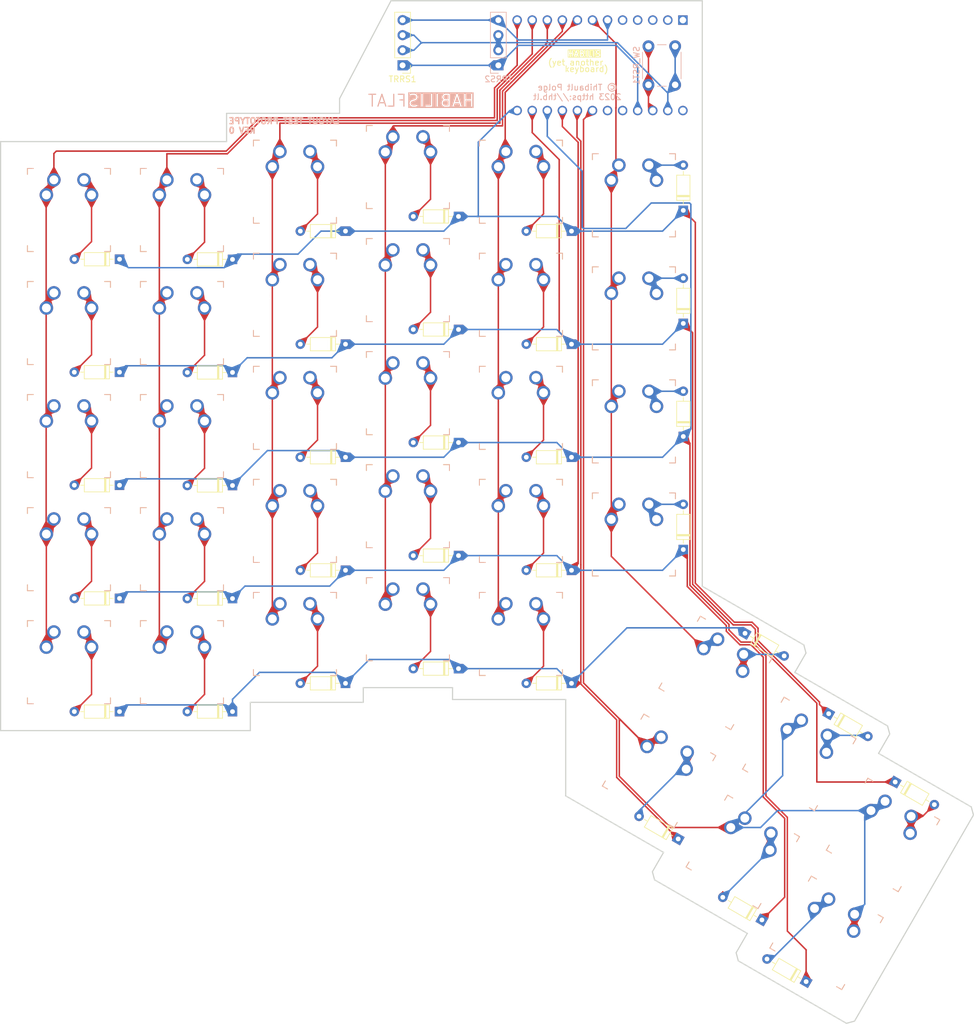
<source format=kicad_pcb>
(kicad_pcb (version 20221018) (generator pcbnew)
  (layers (0 "F.Cu" signal) (31 "B.Cu" signal) (34 "B.Paste" user) (35 "F.Paste" user) (36 "B.SilkS" user "B.Silkscreen") (37 "F.SilkS" user "F.Silkscreen") (38 "B.Mask" user) (39 "F.Mask" user) (44 "Edge.Cuts" user))
  (net 0 "")
  (net 1 "Net-(D1-A)")
  (net 2 "Net-(D2-A)")
  (net 3 "Net-(D3-A)")
  (net 4 "Net-(D4-A)")
  (net 5 "Net-(D5-A)")
  (net 6 "Net-(D6-A)")
  (net 7 "Net-(D7-A)")
  (net 8 "Net-(D8-A)")
  (net 9 "Net-(D9-A)")
  (net 10 "Net-(D10-A)")
  (net 11 "Net-(D11-A)")
  (net 12 "Net-(D12-A)")
  (net 13 "Net-(D13-A)")
  (net 14 "Net-(D14-A)")
  (net 15 "Net-(D15-A)")
  (net 16 "Net-(D16-A)")
  (net 17 "Net-(D17-A)")
  (net 18 "Net-(D18-A)")
  (net 19 "Net-(D19-A)")
  (net 20 "Net-(D21-A)")
  (net 21 "Net-(D22-A)")
  (net 22 "Net-(D23-A)")
  (net 23 "Net-(D24-A)")
  (net 24 "Net-(D25-A)")
  (net 25 "Net-(D26-A)")
  (net 26 "Net-(D27-A)")
  (net 27 "Net-(D28-A)")
  (net 28 "Net-(D31-A)")
  (net 29 "Net-(D32-A)")
  (net 30 "Net-(D33-A)")
  (net 31 "Net-(D34-A)")
  (net 32 "Net-(D35-A)")
  (net 33 "Net-(U1-RST)")
  (net 39 "Net-(D20-A)")
  (net 40 "Net-(D29-A)")
  (net 41 "Net-(D30-A)")
  (net 42 "Net-(U1-VCC)")
  (net 44 "Net-(U1-SCL)")
  (net 47 "row3")
  (net 48 "row4")
  (net 49 "row1")
  (net 50 "row2")
  (net 51 "row5")
  (net 52 "col1")
  (net 53 "col2")
  (net 54 "col3")
  (net 55 "col4")
  (net 56 "col5")
  (net 57 "col6")
  (net 58 "col7")
  (net 59 "Net-(SW_RST1-Pad2)")
  (footprint "project-components:D_DO-35_SOD27_P7.62mm_Horizontal" (layer "F.Cu") (at 63.135 44.266 180)
    (fp_text reference "D18" hide)
    (fp_text value "1N4148")
  )
  (footprint "project-components:D_DO-35_SOD27_P7.62mm_Horizontal" (layer "F.Cu") (at 101.035 24.1935 90)
    (fp_text reference "D27" hide)
    (fp_text value "1N4148")
  )
  (footprint "project-components:D_DO-35_SOD27_P7.62mm_Horizontal" (layer "F.Cu") (at 114.289747 124.708764 150)
    (fp_text reference "D34" hide)
    (fp_text value "1N4148")
  )
  (footprint "project-components:D_DO-35_SOD27_P7.62mm_Horizontal" (layer "F.Cu") (at 82.185 27.6925 180)
    (fp_text reference "D22" hide)
    (fp_text value "1N4148")
  )
  (footprint "project-components:SW_MX_reversible_decentered" (layer "F.Cu") (at 76.2 14.2875)
    (fp_text reference "SW22" hide)
    (fp_text value "MX")
  )
  (footprint "project-components:SW_MX_reversible_decentered" (layer "F.Cu") (at 0 76.2)
    (fp_text reference "SW5" hide)
    (fp_text value "MX")
  )
  (footprint "project-components:D_DO-35_SOD27_P7.62mm_Horizontal" (layer "F.Cu") (at 5.985 70.530712 180)
    (fp_text reference "D4" hide)
    (fp_text value "1N4148")
  )
  (footprint "project-components:SW_MX_reversible_decentered" (layer "F.Cu") (at 57.15 49.911)
    (fp_text reference "SW19" hide)
    (fp_text value "MX")
  )
  (footprint "project-components:D_DO-35_SOD27_P7.62mm_Horizontal" (layer "F.Cu") (at 5.985 89.605 180)
    (fp_text reference "D5" hide)
    (fp_text value "1N4148")
  )
  (footprint "project-components:D_DO-35_SOD27_P7.62mm_Horizontal" (layer "F.Cu") (at 5.979919 32.415859 180)
    (fp_text reference "D2" hide)
    (fp_text value "1N4148")
  )
  (footprint "project-components:D_DO-35_SOD27_P7.62mm_Horizontal" (layer "F.Cu") (at 82.185 46.7425 180)
    (fp_text reference "D23" hide)
    (fp_text value "1N4148")
  )
  (footprint "project-components:SW_MX_reversible_decentered" (layer "F.Cu") (at 19.05 57.15)
    (fp_text reference "SW9" hide)
    (fp_text value "MX")
  )
  (footprint "project-components:SW_MX_reversible_decentered" (layer "F.Cu") (at 0 57.15)
    (fp_text reference "SW4" hide)
    (fp_text value "MX")
  )
  (footprint "project-components:D_DO-35_SOD27_P7.62mm_Horizontal" (layer "F.Cu") (at 63.135 63.316 180)
    (fp_text reference "D19" hide)
    (fp_text value "1N4148")
  )
  (footprint "project-components:SW_MX_reversible_decentered" (layer "F.Cu") (at 101.692551 96.457747 -30)
    (fp_text reference "SW35" hide)
    (fp_text value "MX")
  )
  (footprint "project-components:SW_MX_reversible_decentered" (layer "F.Cu") (at 95.25 16.5735)
    (fp_text reference "SW27" hide)
    (fp_text value "MX")
  )
  (footprint "project-components:D_DO-35_SOD27_P7.62mm_Horizontal" (layer "F.Cu") (at 5.991246 13.370958 180)
    (fp_text reference "D1" hide)
    (fp_text value "1N4148")
  )
  (footprint "project-components:SW_MX_reversible_decentered" (layer "F.Cu") (at 125.334085 93.609409 -30)
    (fp_text reference "SW31" hide)
    (fp_text value "MX")
  )
  (footprint "project-components:SW_MX_reversible_decentered" (layer "F.Cu") (at 57.15 11.811)
    (fp_text reference "SW17" hide)
    (fp_text value "MX")
  )
  (footprint "project-components:D_DO-35_SOD27_P7.62mm_Horizontal" (layer "F.Cu") (at 111.443148 76.410437 -30)
    (fp_text reference "D30" hide)
    (fp_text value "1N4148")
  )
  (footprint "project-components:SW_MX_reversible_decentered" (layer "F.Cu") (at 139.450619 107.258855 -30)
    (fp_text reference "SW32" hide)
    (fp_text value "MX")
  )
  (footprint "project-components:SW_MX_reversible_decentered" (layer "F.Cu") (at 19.05 38.1)
    (fp_text reference "SW8" hide)
    (fp_text value "MX")
  )
  (footprint "project-components:D_DO-35_SOD27_P7.62mm_Horizontal" (layer "F.Cu") (at 82.185 65.7925 180)
    (fp_text reference "D24" hide)
    (fp_text value "1N4148")
  )
  (footprint "project-components:SW_MX_reversible_decentered" (layer "F.Cu") (at 95.25 54.6735)
    (fp_text reference "SW29" hide)
    (fp_text value "MX")
  )
  (footprint "project-components:SW_MX_reversible_decentered" (layer "F.Cu") (at 57.15 30.861)
    (fp_text reference "SW18" hide)
    (fp_text value "MX")
  )
  (footprint "project-components:SW_MX_reversible_decentered" (layer "F.Cu") (at 115.809085 110.107193 -30)
    (fp_text reference "SW34" hide)
    (fp_text value "MX")
  )
  (footprint "project-components:D_DO-35_SOD27_P7.62mm_Horizontal" (layer "F.Cu") (at 100.173213 111.059318 150)
    (fp_text reference "D35" hide)
    (fp_text value "1N4148")
  )
  (footprint "project-components:D_DO-35_SOD27_P7.62mm_Horizontal" (layer "F.Cu") (at 63.135 6.166 180)
    (fp_text reference "D16" hide)
    (fp_text value "1N4148")
  )
  (footprint "project-components:SW_MX_reversible_decentered" (layer "F.Cu") (at 76.2 -4.7625)
    (fp_text reference "SW21" hide)
    (fp_text value "MX")
  )
  (footprint "project-components:SW_MX_reversible_decentered" (layer "F.Cu") (at 38.1 71.4375)
    (fp_text reference "SW15" hide)
    (fp_text value "MX")
  )
  (footprint "project-components:D_DO-35_SOD27_P7.62mm_Horizontal" (layer "F.Cu") (at 44.085 27.6925 180)
    (fp_text reference "D12" hide)
    (fp_text value "1N4148")
  )
  (footprint "project-components:D_DO-35_SOD27_P7.62mm_Horizontal" (layer "F.Cu") (at 63.135 82.366 180)
    (fp_text reference "D20" hide)
    (fp_text value "1N4148")
  )
  (footprint "project-components:SW_MX_reversible_decentered" (layer "F.Cu") (at 95.25 -2.4765)
    (fp_text reference "SW26" hide)
    (fp_text value "MX")
  )
  (footprint "project-components:SW_MX_reversible_decentered" (layer "F.Cu") (at 0 19.05)
    (fp_text reference "SW2" hide)
    (fp_text value "MX")
  )
  (footprint "project-components:D_DO-35_SOD27_P7.62mm_Horizontal" (layer "F.Cu") (at 101.035 5.1435 90)
    (fp_text reference "D26" hide)
    (fp_text value "1N4148")
  )
  (footprint "project-components:SW_MX_reversible_decentered" (layer "F.Cu") (at 129.925619 123.756639 -30)
    (fp_text reference "SW33" hide)
    (fp_text value "MX")
  )
  (footprint "project-components:SW_MX_reversible_decentered" (layer "F.Cu") (at 0 38.1)
    (fp_text reference "SW3" hide)
    (fp_text value "MX")
  )
  (footprint "project-components:D_DO-35_SOD27_P7.62mm_Horizontal" (layer "F.Cu") (at 25.035 89.605 180)
    (fp_text reference "D10" hide)
    (fp_text value "1N4148")
  )
  (footprint "project-components:D_DO-35_SOD27_P7.62mm_Horizontal" (layer "F.Cu") (at 44.085 8.6425 180)
    (fp_text reference "D11" hide)
    (fp_text value "1N4148")
  )
  (footprint "project-components:D_DO-35_SOD27_P7.62mm_Horizontal" (layer "F.Cu") (at 25.035 32.455 180)
    (fp_text reference "D7" hide)
    (fp_text value "1N4148")
  )
  (footprint "project-components:SW_MX_reversible_decentered" (layer "F.Cu") (at 38.1 -4.7625)
    (fp_text reference "SW11" hide)
    (fp_text value "MX")
  )
  (footprint "project-components:SW_MX_reversible_decentered" (layer "F.Cu") (at 57.15 68.961)
    (fp_text reference "SW20" hide)
    (fp_text value "MX")
  )
  (footprint "project-components:SW_MX_reversible_decentered" (layer "F.Cu") (at 76.2 52.3875)
    (fp_text reference "SW24" hide)
    (fp_text value "MX")
  )
  (footprint "project-components:SW_MX_reversible_decentered" (layer "F.Cu") (at 38.1 52.3875)
    (fp_text reference "SW14" hide)
    (fp_text value "MX")
  )
  (footprint "promicro:ProMicro-NoSilk" (layer "F.Cu") (at 86.995 -19.2965 180)
    (fp_text reference "U1" hide)
    (fp_text value "ProMicro")
  )
  (footprint "project-components:SW_MX_reversible_decentered" (layer "F.Cu") (at 76.2 71.4375)
    (fp_text reference "SW25" hide)
    (fp_text value "MX")
  )
  (footprint "project-components:D_DO-35_SOD27_P7.62mm_Horizontal" (layer "F.Cu") (at 44.085 46.7425 180)
    (fp_text reference "D13" hide)
    (fp_text value "1N4148")
  )
  (footprint "project-components:SW_MX_reversible_decentered" (layer "F.Cu") (at 111.217551 79.959963 -30)
    (fp_text reference "SW30" hide)
    (fp_text value "MX")
  )
  (footprint "project-components:D_DO-35_SOD27_P7.62mm_Horizontal" (layer "F.Cu") (at 63.135 25.216 180)
    (fp_text reference "D17" hide)
    (fp_text value "1N4148")
  )
  (footprint "project-components:D_DO-35_SOD27_P7.62mm_Horizontal" (layer "F.Cu") (at 136.760184 101.46748 -30)
    (fp_text reference "D32" hide)
    (fp_text value "1N4148")
  )
  (footprint "project-components:D_DO-35_SOD27_P7.62mm_Horizontal" (layer "F.Cu") (at 121.742738 135.104723 150)
    (fp_text reference "D33" hide)
    (fp_text value "1N4148")
  )
  (footprint "project-components:D_DO-35_SOD27_P7.62mm_Horizontal" (layer "F.Cu") (at 101.035 62.2935 90)
    (fp_text reference "D29" hide)
    (fp_text value "1N4148")
  )
  (footprint "project-components:SW_MX_reversible_decentered" (layer "F.Cu") (at 19.05 76.2)
    (fp_text reference "SW10" hide)
    (fp_text value "MX")
  )
  (footprint "project-components:SW_MX_reversible_decentered" (layer "F.Cu") (at 19.05 19.05)
    (fp_text reference "SW7" hide)
    (fp_text value "MX")
  )
  (footprint "project-components:SW_MX_reversible_decentered" (layer "F.Cu") (at 95.25 35.6235)
    (fp_text reference "SW28" hide)
    (fp_text value "MX")
  )
  (footprint "project-components:D_DO-35_SOD27_P7.62mm_Horizontal" (layer "F.Cu") (at 25.035 51.505 180)
    (fp_text reference "D8" hide)
    (fp_text value "1N4148")
  )
  (footprint "project-components:D_DO-35_SOD27_P7.62mm_Horizontal" (layer "F.Cu") (at 5.985 51.456427 180)
    (fp_text reference "D3" hide)
    (fp_text value "1N4148")
  )
  (footprint "project-components:D_DO-35_SOD27_P7.62mm_Horizontal" (layer "F.Cu") (at 101.035 43.2435 90)
    (fp_text reference "D28" hide)
    (fp_text value "1N4148")
  )
  (footprint "project-components:SW_MX_reversible_decentered" (layer "F.Cu") (at 57.15 -7.239)
    (fp_text reference "SW16" hide)
    (fp_text value "MX")
  )
  (footprint "project-components:Jack breakout board" (layer "F.Cu") (at 53.70569 -19.2965 180)
    (fp_text reference "TRRS1")
    (fp_text value "Left TRRS cable")
  )
  (footprint "project-components:SW_MX_reversible_decentered" (layer "F.Cu") (at 38.1 33.3375)
    (fp_text reference "SW13" hide)
    (fp_text value "MX")
  )
  (footprint "project-components:SW_MX_reversible_decentered" (layer "F.Cu") (at 76.2 33.3375)
    (fp_text reference "SW23" hide)
    (fp_text value "MX")
  )
  (footprint "project-components:D_DO-35_SOD27_P7.62mm_Horizontal" (layer "F.Cu") (at 82.185 8.6425 180)
    (fp_text reference "D21" hide)
    (fp_text value "1N4148")
  )
  (footprint "project-components:SW_MX_reversible_decentered" (layer "F.Cu") (at 38.1 14.2875)
    (fp_text reference "SW12" hide)
    (fp_text value "MX")
  )
  (footprint "project-components:SW_MX_reversible_decentered" (layer "F.Cu") (at 19.05 0)
    (fp_text reference "SW6" hide)
    (fp_text value "MX")
  )
  (footprint "project-components:D_DO-35_SOD27_P7.62mm_Horizontal" (layer "F.Cu") (at 125.549422 89.959884 -30)
    (fp_text reference "D31" hide)
    (fp_text value "1N4148")
  )
  (footprint "project-components:D_DO-35_SOD27_P7.62mm_Horizontal" (layer "F.Cu") (at 25.035 13.405 180)
    (fp_text reference "D6" hide)
    (fp_text value "1N4148")
  )
  (footprint "project-components:D_DO-35_SOD27_P7.62mm_Horizontal" (layer "F.Cu") (at 82.185 84.8425 180)
    (fp_text reference "D25" hide)
    (fp_text value "1N4148")
  )
  (footprint "project-components:SW_MX_reversible_decentered" (layer "F.Cu") (at 0 0)
    (fp_text reference "SW1" hide)
    (fp_text value "MX")
  )
  (footprint "project-components:D_DO-35_SOD27_P7.62mm_Horizontal" (layer "F.Cu") (at 25.035 70.555 180)
    (fp_text reference "D9" hide)
    (fp_text value "1N4148")
  )
  (footprint "project-components:D_DO-35_SOD27_P7.62mm_Horizontal" (layer "F.Cu") (at 44.085 84.8425 180)
    (fp_text reference "D15" hide)
    (fp_text value "1N4148")
  )
  (footprint "project-components:D_DO-35_SOD27_P7.62mm_Horizontal" (layer "F.Cu") (at 44.085 65.7925 180)
    (fp_text reference "D14" hide)
    (fp_text value "1N4148")
  )
  (footprint "Button_Switch_THT:SW_PUSH_6mm" (layer "B.Cu") (at 95.162522 -22.514141 -90)
    (fp_text reference "SW_RST1")
    (fp_text value "SW_Push")
  )
  (footprint "project-components:Jack breakout board" (layer "B.Cu") (at 69.856211 -19.2965)
    (fp_text reference "TRRS2")
    (fp_text value "Right TRRS cable")
  )
  (gr_line (start 47.085 88.042) (end 47.085 85.565) (stroke (width 0.2)) (layer "Edge.Cuts"))
  (gr_line (start 129.904511 141.763093) (end 149.954511 107.035475) (stroke (width 0.2)) (layer "Edge.Cuts"))
  (gr_line (start 24.035 -6.445) (end -14.065 -6.445) (stroke (width 0.2)) (layer "Edge.Cuts"))
  (gr_line (start -14.065 -6.445) (end -14.065 92.805) (stroke (width 0.2)) (layer "Edge.Cuts"))
  (gr_line (start 110.308651 131.604119) (end 128.538485 142.129119) (stroke (width 0.2)) (layer "Edge.Cuts"))
  (gr_line (start 43.085 -11.208) (end 24.035 -11.208) (stroke (width 0.2)) (layer "Edge.Cuts"))
  (gr_line (start 121.355417 78.370557) (end 104.235 68.48608) (stroke (width 0.2)) (layer "Edge.Cuts"))
  (gr_line (start 47.085 85.565) (end 62.135 85.565) (stroke (width 0.2)) (layer "Edge.Cuts"))
  (gr_line (start 51.755 -30.177) (end 43.085 -13.685) (stroke (width 0.2)) (layer "Edge.Cuts"))
  (gr_line (start 104.235 -30.177) (end 51.755 -30.177) (stroke (width 0.2)) (layer "Edge.Cuts"))
  (gr_line (start 97.707341 113.330227) (end 95.826091 116.588647) (stroke (width 0.2)) (layer "Edge.Cuts"))
  (gr_line (start 28.035 92.805) (end 28.035 88.042) (stroke (width 0.2)) (layer "Edge.Cuts"))
  (gr_line (start 104.235 68.48608) (end 104.235 -30.177) (stroke (width 0.2)) (layer "Edge.Cuts"))
  (gr_line (start 133.956727 96.644449) (end 135.837977 93.386029) (stroke (width 0.2)) (layer "Edge.Cuts"))
  (gr_line (start 62.135 87.565) (end 81.209557 87.565) (stroke (width 0.2)) (layer "Edge.Cuts"))
  (gr_line (start 135.837977 93.386029) (end 135.471951 92.020003) (stroke (width 0.2)) (layer "Edge.Cuts"))
  (gr_line (start 149.954511 107.035475) (end 149.588485 105.669449) (stroke (width 0.2)) (layer "Edge.Cuts"))
  (gr_line (start -14.065 92.805) (end 28.035 92.805) (stroke (width 0.2)) (layer "Edge.Cuts"))
  (gr_line (start 121.721443 79.736583) (end 121.355417 78.370557) (stroke (width 0.2)) (layer "Edge.Cuts"))
  (gr_line (start 111.823875 126.979673) (end 109.942625 130.238093) (stroke (width 0.2)) (layer "Edge.Cuts"))
  (gr_line (start 24.035 -11.208) (end 24.035 -6.445) (stroke (width 0.2)) (layer "Edge.Cuts"))
  (gr_line (start 128.538485 142.129119) (end 129.904511 141.763093) (stroke (width 0.2)) (layer "Edge.Cuts"))
  (gr_line (start 95.826091 116.588647) (end 96.192117 117.954673) (stroke (width 0.2)) (layer "Edge.Cuts"))
  (gr_line (start 96.192117 117.954673) (end 111.823875 126.979673) (stroke (width 0.2)) (layer "Edge.Cuts"))
  (gr_line (start 43.085 -13.685) (end 43.085 -11.208) (stroke (width 0.2)) (layer "Edge.Cuts"))
  (gr_line (start 81.209557 87.565) (end 81.209557 103.805227) (stroke (width 0.2)) (layer "Edge.Cuts"))
  (gr_line (start 81.209557 103.805227) (end 97.707341 113.330227) (stroke (width 0.2)) (layer "Edge.Cuts"))
  (gr_line (start 28.035 88.042) (end 47.085 88.042) (stroke (width 0.2)) (layer "Edge.Cuts"))
  (gr_line (start 109.942625 130.238093) (end 110.308651 131.604119) (stroke (width 0.2)) (layer "Edge.Cuts"))
  (gr_line (start 62.135 85.565) (end 62.135 87.565) (stroke (width 0.2)) (layer "Edge.Cuts"))
  (gr_line (start 119.840193 82.995003) (end 121.721443 79.736583) (stroke (width 0.2)) (layer "Edge.Cuts"))
  (gr_line (start 135.471951 92.020003) (end 119.840193 82.995003) (stroke (width 0.2)) (layer "Edge.Cuts"))
  (gr_line (start 149.588485 105.669449) (end 133.956727 96.644449) (stroke (width 0.2)) (layer "Edge.Cuts"))
  (gr_text "FLAT" (at 54.541406 -12.165028) (layer "B.SilkS") (effects (font (size 2 2) (thickness 0.2)) (justify left bottom mirror)))
  (gr_text "LAYOUT TEST PROTOTYPE\nREV 0" (at 24.258569 -7.72773) (layer "B.SilkS") (effects (font (size 1 1) (thickness 0.25) bold) (justify right bottom mirror)))
  (gr_text "HABILIS" (at 65.969529 -12.171257) (layer "B.SilkS" knockout) (effects (font (size 2 2) (thickness 0.2)) (justify left bottom mirror)))
  (gr_text "© Thibault Polge \n2023 https://thb.lt" (at 75.63002 -13.373041) (layer "B.SilkS") (effects (font (size 1 1)) (justify right bottom mirror)))
  (gr_text "(yet another\n" (at 82.886942 -19.195307) (layer "F.SilkS") (effects (font (size 1 1)) (justify bottom)))
  (gr_text "HABILIS" (at 81.410346 -20.657928) (layer "F.SilkS" knockout) (effects (font (size 1 1)) (justify left bottom)))
  (gr_text "keyboard)" (at 80.949201 -18.096012) (layer "F.SilkS") (effects (font (size 1 1)) (justify left bottom)))
  (segment (start 1.27 2.54) (end 1.27 0.633604) (width 0.25) (layer "F.Cu") (net 1))
  (segment (start 1.27 2.54) (end 1.27 10.402857) (width 0.25) (layer "F.Cu") (net 1))
  (segment (start 1.27 0.633604) (end 0.318198 -0.318198) (width 0.25) (layer "F.Cu") (net 1))
  (segment (start 1.27 10.402857) (end -1.635 13.307857) (width 0.25) (layer "F.Cu") (net 1))
  (segment (start 1.27 20.32) (end 1.27 21.59) (width 0.25) (layer "F.Cu") (net 2))
  (segment (start 1.27 21.59) (end 1.27 29.477142) (width 0.25) (layer "F.Cu") (net 2))
  (segment (start 1.27 29.477142) (end -1.635 32.382142) (width 0.25) (layer "F.Cu") (net 2))
  (segment (start 0 19.05) (end 1.27 20.32) (width 0.25) (layer "F.Cu") (net 2))
  (segment (start 0 38.1) (end 1.27 39.37) (width 0.25) (layer "F.Cu") (net 3))
  (segment (start 1.27 39.37) (end 1.27 40.64) (width 0.25) (layer "F.Cu") (net 3))
  (segment (start 1.27 40.64) (end 1.27 48.551427) (width 0.25) (layer "F.Cu") (net 3))
  (segment (start 1.27 48.551427) (end -1.635 51.456427) (width 0.25) (layer "F.Cu") (net 3))
  (segment (start 1.27 67.625712) (end -1.635 70.530712) (width 0.25) (layer "F.Cu") (net 4))
  (segment (start 1.27 59.69) (end 1.27 67.625712) (width 0.25) (layer "F.Cu") (net 4))
  (segment (start 1.27 58.42) (end 1.27 59.69) (width 0.25) (layer "F.Cu") (net 4))
  (segment (start 0 57.15) (end 1.27 58.42) (width 0.25) (layer "F.Cu") (net 4))
  (segment (start 1.27 86.7) (end -1.635 89.605) (width 0.25) (layer "F.Cu") (net 5))
  (segment (start 1.27 78.74) (end 1.27 86.7) (width 0.25) (layer "F.Cu") (net 5))
  (segment (start 0 76.2) (end 1.27 77.47) (width 0.25) (layer "F.Cu") (net 5))
  (segment (start 1.27 77.47) (end 1.27 78.74) (width 0.25) (layer "F.Cu") (net 5))
  (segment (start 20.32 10.5) (end 17.415 13.405) (width 0.25) (layer "F.Cu") (net 6))
  (segment (start 19.05 0) (end 20.32 1.27) (width 0.25) (layer "F.Cu") (net 6))
  (segment (start 20.32 2.54) (end 20.32 10.5) (width 0.25) (layer "F.Cu") (net 6))
  (segment (start 20.32 1.27) (end 20.32 2.54) (width 0.25) (layer "F.Cu") (net 6))
  (segment (start 20.32 21.59) (end 20.32 29.55) (width 0.25) (layer "F.Cu") (net 7))
  (segment (start 20.32 29.55) (end 17.415 32.455) (width 0.25) (layer "F.Cu") (net 7))
  (segment (start 19.05 19.05) (end 20.32 20.32) (width 0.25) (layer "F.Cu") (net 7))
  (segment (start 20.32 20.32) (end 20.32 21.59) (width 0.25) (layer "F.Cu") (net 7))
  (segment (start 20.32 40.64) (end 20.32 48.6) (width 0.25) (layer "F.Cu") (net 8))
  (segment (start 20.32 39.37) (end 20.32 40.64) (width 0.25) (layer "F.Cu") (net 8))
  (segment (start 20.32 48.6) (end 17.415 51.505) (width 0.25) (layer "F.Cu") (net 8))
  (segment (start 19.05 38.1) (end 20.32 39.37) (width 0.25) (layer "F.Cu") (net 8))
  (segment (start 20.32 58.42) (end 20.32 59.69) (width 0.25) (layer "F.Cu") (net 9))
  (segment (start 19.05 57.15) (end 20.32 58.42) (width 0.25) (layer "F.Cu") (net 9))
  (segment (start 20.32 59.69) (end 20.32 67.65) (width 0.25) (layer "F.Cu") (net 9))
  (segment (start 20.32 67.65) (end 17.415 70.555) (width 0.25) (layer "F.Cu") (net 9))
  (segment (start 19.05 76.2) (end 20.32 77.47) (width 0.25) (layer "F.Cu") (net 10))
  (segment (start 20.32 77.47) (end 20.32 78.74) (width 0.25) (layer "F.Cu") (net 10))
  (segment (start 20.32 86.7) (end 17.415 89.605) (width 0.25) (layer "F.Cu") (net 10))
  (segment (start 20.32 78.74) (end 20.32 86.7) (width 0.25) (layer "F.Cu") (net 10))
  (segment (start 38.1 -4.7625) (end 39.37 -3.4925) (width 0.25) (layer "F.Cu") (net 11))
  (segment (start 39.37 5.7375) (end 36.465 8.6425) (width 0.25) (layer "F.Cu") (net 11))
  (segment (start 39.37 -3.4925) (end 39.37 -2.2225) (width 0.25) (layer "F.Cu") (net 11))
  (segment (start 39.37 -2.2225) (end 39.37 5.7375) (width 0.25) (layer "F.Cu") (net 11))
  (segment (start 39.37 24.7875) (end 36.465 27.6925) (width 0.25) (layer "F.Cu") (net 12))
  (segment (start 38.1 14.2875) (end 39.37 15.5575) (width 0.25) (layer "F.Cu") (net 12))
  (segment (start 39.37 16.8275) (end 39.37 24.7875) (width 0.25) (layer "F.Cu") (net 12))
  (segment (start 39.37 15.5575) (end 39.37 16.8275) (width 0.25) (layer "F.Cu") (net 12))
  (segment (start 39.37 35.8775) (end 39.37 43.8375) (width 0.25) (layer "F.Cu") (net 13))
  (segment (start 39.37 34.6075) (end 39.37 35.8775) (width 0.25) (layer "F.Cu") (net 13))
  (segment (start 38.1 33.3375) (end 39.37 34.6075) (width 0.25) (layer "F.Cu") (net 13))
  (segment (start 39.37 43.8375) (end 36.465 46.7425) (width 0.25) (layer "F.Cu") (net 13))
  (segment (start 39.37 54.9275) (end 39.37 62.8875) (width 0.25) (layer "F.Cu") (net 14))
  (segment (start 38.1 52.3875) (end 39.37 53.6575) (width 0.25) (layer "F.Cu") (net 14))
  (segment (start 39.37 62.8875) (end 36.465 65.7925) (width 0.25) (layer "F.Cu") (net 14))
  (segment (start 39.37 53.6575) (end 39.37 54.9275) (width 0.25) (layer "F.Cu") (net 14))
  (segment (start 39.37 81.9375) (end 36.465 84.8425) (width 0.25) (layer "F.Cu") (net 15))
  (segment (start 39.37 72.7075) (end 39.37 73.9775) (width 0.25) (layer "F.Cu") (net 15))
  (segment (start 39.37 73.9775) (end 39.37 81.9375) (width 0.25) (layer "F.Cu") (net 15))
  (segment (start 38.1 71.4375) (end 39.37 72.7075) (width 0.25) (layer "F.Cu") (net 15))
  (segment (start 58.42 -5.969) (end 58.42 -4.699) (width 0.25) (layer "F.Cu") (net 16))
  (segment (start 58.42 -4.699) (end 58.42 3.261) (width 0.25) (layer "F.Cu") (net 16))
  (segment (start 58.42 3.261) (end 55.515 6.166) (width 0.25) (layer "F.Cu") (net 16))
  (segment (start 57.15 -7.239) (end 58.42 -5.969) (width 0.25) (layer "F.Cu") (net 16))
  (segment (start 58.42 14.351) (end 58.42 22.311) (width 0.25) (layer "F.Cu") (net 17))
  (segment (start 57.15 11.811) (end 58.42 13.081) (width 0.25) (layer "F.Cu") (net 17))
  (segment (start 58.42 13.081) (end 58.42 14.351) (width 0.25) (layer "F.Cu") (net 17))
  (segment (start 58.42 22.311) (end 55.515 25.216) (width 0.25) (layer "F.Cu") (net 17))
  (segment (start 58.42 33.401) (end 58.42 41.361) (width 0.25) (layer "F.Cu") (net 18))
  (segment (start 57.15 30.861) (end 58.42 32.131) (width 0.25) (layer "F.Cu") (net 18))
  (segment (start 58.42 32.131) (end 58.42 33.401) (width 0.25) (layer "F.Cu") (net 18))
  (segment (start 58.42 41.361) (end 55.515 44.266) (width 0.25) (layer "F.Cu") (net 18))
  (segment (start 58.42 52.451) (end 58.42 60.411) (width 0.25) (layer "F.Cu") (net 19))
  (segment (start 58.42 60.411) (end 55.515 63.316) (width 0.25) (layer "F.Cu") (net 19))
  (segment (start 57.15 49.911) (end 58.42 51.181) (width 0.25) (layer "F.Cu") (net 19))
  (segment (start 58.42 51.181) (end 58.42 52.451) (width 0.25) (layer "F.Cu") (net 19))
  (segment (start 77.47 5.7375) (end 74.565 8.6425) (width 0.25) (layer "F.Cu") (net 20))
  (segment (start 76.2 -4.7625) (end 77.47 -3.4925) (width 0.25) (layer "F.Cu") (net 20))
  (segment (start 77.47 -2.2225) (end 77.47 5.7375) (width 0.25) (layer "F.Cu") (net 20))
  (segment (start 77.47 -3.4925) (end 77.47 -2.2225) (width 0.25) (layer "F.Cu") (net 20))
  (segment (start 77.47 16.8275) (end 77.47 24.7875) (width 0.25) (layer "F.Cu") (net 21))
  (segment (start 77.47 24.7875) (end 74.565 27.6925) (width 0.25) (layer "F.Cu") (net 21))
  (segment (start 76.2 14.2875) (end 77.47 15.5575) (width 0.25) (layer "F.Cu") (net 21))
  (segment (start 77.47 15.5575) (end 77.47 16.8275) (width 0.25) (layer "F.Cu") (net 21))
  (segment (start 77.47 34.6075) (end 77.47 35.8775) (width 0.25) (layer "F.Cu") (net 22))
  (segment (start 77.47 43.8375) (end 74.565 46.7425) (width 0.25) (layer "F.Cu") (net 22))
  (segment (start 76.2 33.3375) (end 77.47 34.6075) (width 0.25) (layer "F.Cu") (net 22))
  (segment (start 77.47 35.8775) (end 77.47 43.8375) (width 0.25) (layer "F.Cu") (net 22))
  (segment (start 77.47 62.8875) (end 74.565 65.7925) (width 0.25) (layer "F.Cu") (net 23))
  (segment (start 76.2 52.3875) (end 77.47 53.6575) (width 0.25) (layer "F.Cu") (net 23))
  (segment (start 77.47 54.9275) (end 77.47 62.8875) (width 0.25) (layer "F.Cu") (net 23))
  (segment (start 77.47 53.6575) (end 77.47 54.9275) (width 0.25) (layer "F.Cu") (net 23))
  (segment (start 77.47 81.9375) (end 74.565 84.8425) (width 0.25) (layer "F.Cu") (net 24))
  (segment (start 77.47 73.9775) (end 77.47 81.9375) (width 0.25) (layer "F.Cu") (net 24))
  (segment (start 77.47 72.7075) (end 77.47 73.9775) (width 0.25) (layer "F.Cu") (net 24))
  (segment (start 76.2 71.4375) (end 77.47 72.7075) (width 0.25) (layer "F.Cu") (net 24))
  (segment (start 96.52 -1.2065) (end 96.52 0.0635) (width 0.25) (layer "B.Cu") (net 25))
  (segment (start 95.25 -2.4765) (end 101.035 -2.4765) (width 0.25) (layer "B.Cu") (net 25))
  (segment (start 95.25 -2.4765) (end 96.52 -1.2065) (width 0.25) (layer "B.Cu") (net 25))
  (segment (start 96.52 17.8435) (end 96.52 19.1135) (width 0.25) (layer "B.Cu") (net 26))
  (segment (start 95.25 16.5735) (end 96.52 17.8435) (width 0.25) (layer "B.Cu") (net 26))
  (segment (start 95.25 16.5735) (end 101.035 16.5735) (width 0.25) (layer "B.Cu") (net 26))
  (segment (start 96.52 36.8935) (end 96.52 38.1635) (width 0.25) (layer "B.Cu") (net 27))
  (segment (start 95.25 35.6235) (end 96.52 36.8935) (width 0.25) (layer "B.Cu") (net 27))
  (segment (start 95.25 35.6235) (end 101.035 35.6235) (width 0.25) (layer "B.Cu") (net 27))
  (segment (start 131.988061 93.609409) (end 132.148536 93.769884) (width 0.25) (layer "B.Cu") (net 28))
  (segment (start 125.334085 96.273966) (end 125.163937 96.444114) (width 0.25) (layer "B.Cu") (net 28))
  (segment (start 125.334085 93.609409) (end 125.334085 96.273966) (width 0.25) (layer "B.Cu") (net 28))
  (segment (start 125.334085 93.609409) (end 131.988061 93.609409) (width 0.25) (layer "B.Cu") (net 28))
  (segment (start 139.450619 107.258855) (end 141.377923 107.258855) (width 0.25) (layer "F.Cu") (net 29))
  (segment (start 141.377923 107.258855) (end 143.359298 105.27748) (width 0.25) (layer "F.Cu") (net 29))
  (segment (start 139.450619 107.258855) (end 139.450619 109.923412) (width 0.25) (layer "F.Cu") (net 29))
  (segment (start 139.450619 109.923412) (end 139.280471 110.09356) (width 0.25) (layer "F.Cu") (net 29))
  (segment (start 123.961505 122.781344) (end 123.156358 122.781344) (width 0.25) (layer "B.Cu") (net 30))
  (segment (start 115.943624 131.294723) (end 123.156358 124.081989) (width 0.25) (layer "B.Cu") (net 30))
  (segment (start 123.156358 124.081989) (end 123.156358 122.781344) (width 0.25) (layer "B.Cu") (net 30))
  (segment (start 115.143624 131.294723) (end 115.943624 131.294723) (width 0.25) (layer "B.Cu") (net 30))
  (segment (start 125.52621 121.216639) (end 123.961505 122.781344) (width 0.25) (layer "B.Cu") (net 30))
  (segment (start 115.638937 112.941898) (end 115.638937 110.277341) (width 0.25) (layer "F.Cu") (net 31))
  (segment (start 115.638937 110.277341) (end 115.809085 110.107193) (width 0.25) (layer "F.Cu") (net 31))
  (segment (start 107.690633 119.974106) (end 107.690633 120.898764) (width 0.25) (layer "F.Cu") (net 31))
  (segment (start 107.690633 120.898764) (end 115.809085 112.780312) (width 0.25) (layer "B.Cu") (net 31))
  (segment (start 115.809085 112.780312) (end 115.809085 110.107193) (width 0.25) (layer "B.Cu") (net 31))
  (segment (start 101.692551 96.457747) (end 101.692551 98.678572) (width 0.25) (layer "F.Cu") (net 32))
  (segment (start 101.692551 98.678572) (end 101.914417 98.900438) (width 0.25) (layer "F.Cu") (net 32))
  (segment (start 101.692551 96.457747) (end 101.692551 98.206208) (width 0.25) (layer "B.Cu") (net 32))
  (segment (start 93.574099 106.32466) (end 93.574099 107.249318) (width 0.25) (layer "B.Cu") (net 32))
  (segment (start 101.692551 98.206208) (end 93.574099 106.32466) (width 0.25) (layer "B.Cu") (net 32))
  (segment (start 95.162522 -12.398978) (end 95.885 -11.6765) (width 0.25) (layer "F.Cu") (net 33))
  (segment (start 95.162522 -16.014141) (end 95.162522 -12.398978) (width 0.25) (layer "F.Cu") (net 33))
  (segment (start 95.162522 -22.514141) (end 95.162522 -16.014141) (width 0.25) (layer "F.Cu") (net 33))
  (segment (start 58.42 79.461) (end 55.515 82.366) (width 0.25) (layer "F.Cu") (net 39))
  (segment (start 58.42 71.501) (end 58.42 79.461) (width 0.25) (layer "F.Cu") (net 39))
  (segment (start 58.42 70.231) (end 58.42 71.501) (width 0.25) (layer "F.Cu") (net 39))
  (segment (start 57.15 68.961) (end 58.42 70.231) (width 0.25) (layer "F.Cu") (net 39))
  (segment (start 96.52 57.2135) (end 95.25 55.9435) (width 0.25) (layer "B.Cu") (net 40))
  (segment (start 95.25 54.6735) (end 101.035 54.6735) (width 0.25) (layer "B.Cu") (net 40))
  (segment (start 95.25 55.9435) (end 95.25 54.6735) (width 0.25) (layer "B.Cu") (net 40))
  (segment (start 111.217551 79.959963) (end 111.217551 82.62452) (width 0.25) (layer "F.Cu") (net 41))
  (segment (start 111.217551 82.62452) (end 111.047403 82.794668) (width 0.25) (layer "F.Cu") (net 41))
  (segment (start 117.781788 79.959963) (end 118.042262 80.220437) (width 0.25) (layer "B.Cu") (net 41))
  (segment (start 111.217551 79.959963) (end 117.781788 79.959963) (width 0.25) (layer "B.Cu") (net 41))
  (segment (start 93.345 -19.069101) (end 93.345 -11.6765) (width 0.25) (layer "B.Cu") (net 42))
  (segment (start 69.856211 -19.2965) (end 73.224662 -22.664951) (width 0.25) (layer "B.Cu") (net 42))
  (segment (start 53.70569 -19.2965) (end 69.856211 -19.2965) (width 0.25) (layer "B.Cu") (net 42))
  (segment (start 89.74915 -22.664951) (end 93.345 -19.069101) (width 0.25) (layer "B.Cu") (net 42))
  (segment (start 73.224662 -22.664951) (end 89.74915 -22.664951) (width 0.25) (layer "B.Cu") (net 42))
  (segment (start 88.265 -23.564951) (end 88.265 -26.9165) (width 0.25) (layer "B.Cu") (net 44))
  (segment (start 73.20776 -23.564951) (end 88.265 -23.564951) (width 0.25) (layer "B.Cu") (net 44))
  (segment (start 53.70569 -26.9165) (end 69.856211 -26.9165) (width 0.25) (layer "B.Cu") (net 44))
  (segment (start 69.856211 -26.9165) (end 73.20776 -23.564951) (width 0.25) (layer "B.Cu") (net 44))
  (segment (start 102.16 68.336153) (end 108.736142 74.912295) (width 0.25) (layer "F.Cu") (net 47))
  (segment (start 118.579178 107.426006) (end 118.579178 126.584587) (width 0.25) (layer "F.Cu") (net 47))
  (segment (start 121.742738 129.748147) (end 118.579178 126.584587) (width 0.25) (layer "F.Cu") (net 47))
  (segment (start 121.742738 135.104723) (end 121.742738 129.748147) (width 0.25) (layer "F.Cu") (net 47))
  (segment (start 110.764614 77.890578) (end 112.61444 77.890578) (width 0.25) (layer "F.Cu") (net 47))
  (segment (start 114.969071 103.815899) (end 118.579178 107.426006) (width 0.25) (layer "F.Cu") (net 47))
  (segment (start 108.736142 75.862106) (end 110.764614 77.890578) (width 0.25) (layer "F.Cu") (net 47))
  (segment (start 108.736142 74.912295) (end 108.736142 75.862106) (width 0.25) (layer "F.Cu") (net 47))
  (segment (start 102.16 44.3685) (end 102.16 68.336153) (width 0.25) (layer "F.Cu") (net 47))
  (segment (start 101.035 43.2435) (end 102.16 44.3685) (width 0.25) (layer "F.Cu") (net 47))
  (segment (start 114.969071 80.245209) (end 114.969071 103.815899) (width 0.25) (layer "F.Cu") (net 47))
  (segment (start 112.61444 77.890578) (end 114.969071 80.245209) (width 0.25) (layer "F.Cu") (net 47))
  (segment (start 102.093108 3.902247) (end 102.310064 4.119203) (width 0.25) (layer "B.Cu") (net 47))
  (segment (start 25.035 51.505) (end 30.9225 45.6175) (width 0.25) (layer "B.Cu") (net 47))
  (segment (start 5.985 51.456427) (end 7.061427 50.38) (width 0.25) (layer "B.Cu") (net 47))
  (segment (start 30.9225 45.6175) (end 42.96 45.6175) (width 0.25) (layer "B.Cu") (net 47))
  (segment (start 102.310064 41.968436) (end 101.035 43.2435) (width 0.25) (layer "B.Cu") (net 47))
  (segment (start 84.21434 8.1925) (end 91.338669 8.1925) (width 0.25) (layer "B.Cu") (net 47))
  (segment (start 60.6585 46.7425) (end 63.135 44.266) (width 0.25) (layer "B.Cu") (net 47))
  (segment (start 63.135 44.266) (end 79.7085 44.266) (width 0.25) (layer "B.Cu") (net 47))
  (segment (start 82.185 46.7425) (end 97.536 46.7425) (width 0.25) (layer "B.Cu") (net 47))
  (segment (start 91.338669 8.1925) (end 95.628922 3.902247) (width 0.25) (layer "B.Cu") (net 47))
  (segment (start 7.061427 50.38) (end 23.91 50.38) (width 0.25) (layer "B.Cu") (net 47))
  (segment (start 23.91 50.38) (end 25.035 51.505) (width 0.25) (layer "B.Cu") (net 47))
  (segment (start 79.7085 44.266) (end 82.185 46.7425) (width 0.25) (layer "B.Cu") (net 47))
  (segment (start 78.105 -7.330074) (end 83.995642 -1.439432) (width 0.25) (layer "B.Cu") (net 47))
  (segment (start 95.628922 3.902247) (end 102.093108 3.902247) (width 0.25) (layer "B.Cu") (net 47))
  (segment (start 42.96 45.6175) (end 44.085 46.7425) (width 0.25) (layer "B.Cu") (net 47))
  (segment (start 102.310064 4.119203) (end 102.310064 41.968436) (width 0.25) (layer "B.Cu") (net 47))
  (segment (start 78.105 -11.6765) (end 78.105 -7.330074) (width 0.25) (layer "B.Cu") (net 47))
  (segment (start 83.995642 -1.439432) (end 83.995642 7.973802) (width 0.25) (layer "B.Cu") (net 47))
  (segment (start 83.995642 7.973802) (end 84.21434 8.1925) (width 0.25) (layer "B.Cu") (net 47))
  (segment (start 97.536 46.7425) (end 101.035 43.2435) (width 0.25) (layer "B.Cu") (net 47))
  (segment (start 44.085 46.7425) (end 60.6585 46.7425) (width 0.25) (layer "B.Cu") (net 47))
  (segment (start 114.519071 80.431605) (end 114.519071 104.002295) (width 0.25) (layer "F.Cu") (net 48))
  (segment (start 101.71 68.522549) (end 108.286142 75.098691) (width 0.25) (layer "F.Cu") (net 48))
  (segment (start 118.129178 107.612402) (end 118.129178 120.869333) (width 0.25) (layer "F.Cu") (net 48))
  (segment (start 108.286142 75.098691) (end 108.286142 76.048502) (width 0.25) (layer "F.Cu") (net 48))
  (segment (start 83.31 -6.328166) (end 83.31 64.6675) (width 0.25) (layer "F.Cu") (net 48))
  (segment (start 80.645 -8.993166) (end 83.31 -6.328166) (width 0.25) (layer "F.Cu") (net 48))
  (segment (start 112.428044 78.340578) (end 114.519071 80.431605) (width 0.25) (layer "F.Cu") (net 48))
  (segment (start 118.129178 120.869333) (end 114.289747 124.708764) (width 0.25) (layer "F.Cu") (net 48))
  (segment (start 114.519071 104.002295) (end 118.129178 107.612402) (width 0.25) (layer "F.Cu") (net 48))
  (segment (start 83.31 64.6675) (end 82.185 65.7925) (width 0.25) (layer "F.Cu") (net 48))
  (segment (start 101.71 62.9685) (end 101.71 68.522549) (width 0.25) (layer "F.Cu") (net 48))
  (segment (start 101.035 62.2935) (end 101.71 62.9685) (width 0.25) (layer "F.Cu") (net 48))
  (segment (start 80.645 -11.6765) (end 80.645 -8.993166) (width 0.25) (layer "F.Cu") (net 48))
  (segment (start 110.578218 78.340578) (end 112.428044 78.340578) (width 0.25) (layer "F.Cu") (net 48))
  (segment (start 108.286142 76.048502) (end 110.578218 78.340578) (width 0.25) (layer "F.Cu") (net 48))
  (segment (start 7.085712 69.43) (end 23.91 69.43) (width 0.25) (layer "B.Cu") (net 48))
  (segment (start 23.91 69.43) (end 25.035 70.555) (width 0.25) (layer "B.Cu") (net 48))
  (segment (start 63.135 63.316) (end 79.7085 63.316) (width 0.25) (layer "B.Cu") (net 48))
  (segment (start 5.985 70.530712) (end 7.085712 69.43) (width 0.25) (layer "B.Cu") (net 48))
  (segment (start 60.6585 65.7925) (end 63.135 63.316) (width 0.25) (layer "B.Cu") (net 48))
  (segment (start 79.7085 63.316) (end 82.185 65.7925) (width 0.25) (layer "B.Cu") (net 48))
  (segment (start 27.133368 68.456632) (end 41.420868 68.456632) (width 0.25) (layer "B.Cu") (net 48))
  (segment (start 82.185 65.7925) (end 97.536 65.7925) (width 0.25) (layer "B.Cu") (net 48))
  (segment (start 25.035 70.555) (end 27.133368 68.456632) (width 0.25) (layer "B.Cu") (net 48))
  (segment (start 41.420868 68.456632) (end 44.085 65.7925) (width 0.25) (layer "B.Cu") (net 48))
  (segment (start 44.085 65.7925) (end 60.6585 65.7925) (width 0.25) (layer "B.Cu") (net 48))
  (segment (start 97.536 65.7925) (end 101.035 62.2935) (width 0.25) (layer "B.Cu") (net 48))
  (segment (start 123.998357 88.001703) (end 113.636376 77.639722) (width 0.25) (layer "F.Cu") (net 49))
  (segment (start 109.639256 74.542617) (end 103.06 67.963361) (width 0.25) (layer "F.Cu") (net 49))
  (segment (start 113.636376 77.639722) (end 113.636376 75.543172) (width 0.25) (layer "F.Cu") (net 49))
  (segment (start 103.06 67.963361) (end 103.06 7.1685) (width 0.25) (layer "F.Cu") (net 49))
  (segment (start 125.549422 89.959884) (end 123.998357 88.408819) (width 0.25) (layer "F.Cu") (net 49))
  (segment (start 112.635821 74.542617) (end 109.639256 74.542617) (width 0.25) (layer "F.Cu") (net 49))
  (segment (start 123.998357 88.408819) (end 123.998357 88.001703) (width 0.25) (layer "F.Cu") (net 49))
  (segment (start 125.549422 89.959884) (end 125.320142 89.959884) (width 0.25) (layer "F.Cu") (net 49))
  (segment (start 113.636376 75.543172) (end 112.635821 74.542617) (width 0.25) (layer "F.Cu") (net 49))
  (segment (start 103.06 7.1685) (end 101.035 5.1435) (width 0.25) (layer "F.Cu") (net 49))
  (segment (start 73.025 -11.6765) (end 71.796447 -11.6765) (width 0.25) (layer "B.Cu") (net 49))
  (segment (start 82.185 8.6425) (end 97.536 8.6425) (width 0.25) (layer "B.Cu") (net 49))
  (segment (start 36.079552 12.515402) (end 39.952454 8.6425) (width 0.25) (layer "B.Cu") (net 49))
  (segment (start 60.6585 8.6425) (end 63.135 6.166) (width 0.25) (layer "B.Cu") (net 49))
  (segment (start 7.476794 14.799651) (end 23.640349 14.799651) (width 0.25) (layer "B.Cu") (net 49))
  (segment (start 25.924598 12.515402) (end 36.079552 12.515402) (width 0.25) (layer "B.Cu") (net 49))
  (segment (start 66.472932 6.16555) (end 66.472482 6.166) (width 0.25) (layer "B.Cu") (net 49))
  (segment (start 69.949977 6.166) (end 69.492417 6.166) (width 0.25) (layer "B.Cu") (net 49))
  (segment (start 79.7085 6.166) (end 82.185 8.6425) (width 0.25) (layer "B.Cu") (net 49))
  (segment (start 82.042622 8.6425) (end 82.185 8.6425) (width 0.25) (layer "B.Cu") (net 49))
  (segment (start 66.472932 -6.352985) (end 66.472932 6.16555) (width 0.25) (layer "B.Cu") (net 49))
  (segment (start 69.949977 6.166) (end 79.7085 6.166) (width 0.25) (layer "B.Cu") (net 49))
  (segment (start 44.085 8.6425) (end 60.6585 8.6425) (width 0.25) (layer "B.Cu") (net 49))
  (segment (start 39.952454 8.6425) (end 44.085 8.6425) (width 0.25) (layer "B.Cu") (net 49))
  (segment (start 97.536 8.6425) (end 101.035 5.1435) (width 0.25) (layer "B.Cu") (net 49))
  (segment (start 66.472482 6.166) (end 66.27246 6.166) (width 0.25) (layer "B.Cu") (net 49))
  (segment (start 71.796447 -11.6765) (end 66.472932 -6.352985) (width 0.25) (layer "B.Cu") (net 49))
  (segment (start 66.27246 6.166) (end 69.492417 6.166) (width 0.25) (layer "B.Cu") (net 49))
  (segment (start 23.640349 14.799651) (end 25.035 13.405) (width 0.25) (layer "B.Cu") (net 49))
  (segment (start 5.985 13.307857) (end 7.476794 14.799651) (width 0.25) (layer "B.Cu") (net 49))
  (segment (start 63.135 6.166) (end 66.27246 6.166) (width 0.25) (layer "B.Cu") (net 49))
  (segment (start 25.035 13.405) (end 25.924598 12.515402) (width 0.25) (layer "B.Cu") (net 49))
  (segment (start 75.565 -7.960833) (end 80.11554 -3.410293) (width 0.25) (layer "F.Cu") (net 50))
  (segment (start 102.61 25.7685) (end 102.61 68.149757) (width 0.25) (layer "F.Cu") (net 50))
  (segment (start 123.548357 101.46748) (end 136.760184 101.46748) (width 0.25) (layer "F.Cu") (net 50))
  (segment (start 137.375042 101.46748) (end 136.760184 101.46748) (width 0.25) (layer "F.Cu") (net 50))
  (segment (start 80.11554 -3.410293) (end 80.11554 25.62304) (width 0.25) (layer "F.Cu") (net 50))
  (segment (start 112.449425 74.992617) (end 113.186376 75.729568) (width 0.25) (layer "F.Cu") (net 50))
  (segment (start 113.186376 75.729568) (end 113.186376 77.826118) (width 0.25) (layer "F.Cu") (net 50))
  (segment (start 101.035 24.1935) (end 102.61 25.7685) (width 0.25) (layer "F.Cu") (net 50))
  (segment (start 123.548357 88.188099) (end 123.548357 101.46748) (width 0.25) (layer "F.Cu") (net 50))
  (segment (start 109.45286 74.992617) (end 112.449425 74.992617) (width 0.25) (layer "F.Cu") (net 50))
  (segment (start 75.565 -11.6765) (end 75.565 -7.960833) (width 0.25) (layer "F.Cu") (net 50))
  (segment (start 113.186376 77.826118) (end 123.548357 88.188099) (width 0.25) (layer "F.Cu") (net 50))
  (segment (start 80.11554 25.62304) (end 82.185 27.6925) (width 0.25) (layer "F.Cu") (net 50))
  (segment (start 102.61 68.149757) (end 109.45286 74.992617) (width 0.25) (layer "F.Cu") (net 50))
  (segment (start 44.085 27.6925) (end 60.6585 27.6925) (width 0.25) (layer "B.Cu") (net 50))
  (segment (start 27.505184 29.984816) (end 41.792684 29.984816) (width 0.25) (layer "B.Cu") (net 50))
  (segment (start 97.536 27.6925) (end 101.035 24.1935) (width 0.25) (layer "B.Cu") (net 50))
  (segment (start 63.135 25.216) (end 79.7085 25.216) (width 0.25) (layer "B.Cu") (net 50))
  (segment (start 41.792684 29.984816) (end 44.085 27.6925) (width 0.25) (layer "B.Cu") (net 50))
  (segment (start 23.91 31.33) (end 25.035 32.455) (width 0.25) (layer "B.Cu") (net 50))
  (segment (start 5.985 32.382142) (end 7.037142 31.33) (width 0.25) (layer "B.Cu") (net 50))
  (segment (start 7.037142 31.33) (end 23.91 31.33) (width 0.25) (layer "B.Cu") (net 50))
  (segment (start 82.185 27.6925) (end 97.536 27.6925) (width 0.25) (layer "B.Cu") (net 50))
  (segment (start 60.6585 27.6925) (end 63.135 25.216) (width 0.25) (layer "B.Cu") (net 50))
  (segment (start 79.7085 25.216) (end 82.185 27.6925) (width 0.25) (layer "B.Cu") (net 50))
  (segment (start 25.035 32.455) (end 27.505184 29.984816) (width 0.25) (layer "B.Cu") (net 50))
  (segment (start 83.76255 64.856446) (end 83.76255 84.726892) (width 0.25) (layer "F.Cu") (net 51))
  (segment (start 83.76 -6.514562) (end 83.76 64.853896) (width 0.25) (layer "F.Cu") (net 51))
  (segment (start 89.797663 90.993221) (end 83.750971 84.946529) (width 0.25) (layer "F.Cu") (net 51))
  (segment (start 83.114761 -7.159801) (end 83.76 -6.514562) (width 0.25) (layer "F.Cu") (net 51))
  (segment (start 89.797663 100.683768) (end 89.797663 90.993221) (width 0.25) (layer "F.Cu") (net 51))
  (segment (start 83.646942 84.8425) (end 83.750971 84.946529) (width 0.25) (layer "F.Cu") (net 51))
  (segment (start 83.76255 84.726892) (end 83.646942 84.8425) (width 0.25) (layer "F.Cu") (net 51))
  (segment (start 83.114761 -11.606261) (end 83.114761 -7.159801) (width 0.25) (layer "F.Cu") (net 51))
  (segment (start 83.185 -11.6765) (end 83.114761 -11.606261) (width 0.25) (layer "F.Cu") (net 51))
  (segment (start 83.76 64.853896) (end 83.76255 64.856446) (width 0.25) (layer "F.Cu") (net 51))
  (segment (start 83.750971 84.946529) (end 83.691571 84.887129) (width 0.25) (layer "F.Cu") (net 51))
  (segment (start 82.185 84.8425) (end 83.646942 84.8425) (width 0.25) (layer "F.Cu") (net 51))
  (segment (start 100.173213 111.059318) (end 89.797663 100.683768) (width 0.25) (layer "F.Cu") (net 51))
  (segment (start 110.522973 75.490262) (end 111.443148 76.410437) (width 0.25) (layer "B.Cu") (net 51))
  (segment (start 61.589311 80.820311) (end 63.135 82.366) (width 0.25) (layer "B.Cu") (net 51))
  (segment (start 23.91 88.48) (end 25.035 89.605) (width 0.25) (layer "B.Cu") (net 51))
  (segment (start 7.11 88.48) (end 23.91 88.48) (width 0.25) (layer "B.Cu") (net 51))
  (segment (start 44.085 84.8425) (end 48.107189 80.820311) (width 0.25) (layer "B.Cu") (net 51))
  (segment (start 63.135 82.366) (end 79.7085 82.366) (width 0.25) (layer "B.Cu") (net 51))
  (segment (start 44.085 84.8425) (end 42.235914 82.993414) (width 0.25) (layer "B.Cu") (net 51))
  (segment (start 79.7085 82.366) (end 82.185 84.8425) (width 0.25) (layer "B.Cu") (net 51))
  (segment (start 5.985 89.605) (end 7.11 88.48) (width 0.25) (layer "B.Cu") (net 51))
  (segment (start 91.537238 75.490262) (end 110.522973 75.490262) (width 0.25) (layer "B.Cu") (net 51))
  (segment (start 25.035 87.527914) (end 25.035 89.605) (width 0.25) (layer "B.Cu") (net 51))
  (segment (start 82.185 84.8425) (end 91.537238 75.490262) (width 0.25) (layer "B.Cu") (net 51))
  (segment (start 42.235914 82.993414) (end 29.5695 82.993414) (width 0.25) (layer "B.Cu") (net 51))
  (segment (start 29.5695 82.993414) (end 25.035 87.527914) (width 0.25) (layer "B.Cu") (net 51))
  (segment (start 48.107189 80.820311) (end 61.589311 80.820311) (width 0.25) (layer "B.Cu") (net 51))
  (segment (start -4.671006 -4.840896) (end -5.08 -4.431902) (width 0.25) (layer "F.Cu") (net 52))
  (segment (start -5.9 0.82) (end -5.9 2.09) (width 0.25) (layer "F.Cu") (net 52))
  (segment (start -5.119827 58.459827) (end -6.35 59.69) (width 0.25) (layer "F.Cu") (net 52))
  (segment (start 69.209998 -10.448151) (end 29.590521 -10.448151) (width 0.25) (layer "F.Cu") (net 52))
  (segment (start 73.025 -19.302084) (end 69.209998 -15.487082) (width 0.25) (layer "F.Cu") (net 52))
  (segment (start -6.35 2.284141) (end -6.382662 2.251479) (width 0.25) (layer "F.Cu") (net 52))
  (segment (start -5.08 0) (end -5.9 0.82) (width 0.25) (layer "F.Cu") (net 52))
  (segment (start 73.025 -26.9165) (end 73.025 -19.302084) (width 0.25) (layer "F.Cu") (net 52))
  (segment (start -6.35 39.37) (end -6.35 40.64) (width 0.25) (layer "F.Cu") (net 52))
  (segment (start -5.08 38.1) (end -4.751954 37.771954) (width 0.25) (layer "F.Cu") (net 52))
  (segment (start -5.090132 57.15) (end -5.119827 57.120305) (width 0.25) (layer "F.Cu") (net 52))
  (segment (start -5.08 38.1) (end -6.35 39.37) (width 0.25) (layer "F.Cu") (net 52))
  (segment (start -4.751954 37.771954) (end -4.751954 37.771953) (width 0.25) (layer "F.Cu") (net 52))
  (segment (start 23.983266 -4.840896) (end -4.671006 -4.840896) (width 0.25) (layer "F.Cu") (net 52))
  (segment (start -5.08 -4.431902) (end -5.08 0) (width 0.25) (layer "F.Cu") (net 52))
  (segment (start -5.08 19.05) (end -6.35 20.32) (width 0.25) (layer "F.Cu") (net 52))
  (segment (start -5.08 76.2) (end -6.35 77.47) (width 0.25) (layer "F.Cu") (net 52))
  (segment (start 29.590521 -10.448151) (end 23.983266 -4.840896) (width 0.25) (layer "F.Cu") (net 52))
  (segment (start -6.382662 60.58534) (end -6.35 60.618002) (width 0.25) (layer "F.Cu") (net 52))
  (segment (start -6.35 77.47) (end -6.35 78.74) (width 0.25) (layer "F.Cu") (net 52))
  (segment (start -5.08 57.15) (end -5.090132 57.15) (width 0.25) (layer "F.Cu") (net 52))
  (segment (start -6.35 2.54) (end -6.35 2.284141) (width 0.25) (layer "F.Cu") (net 52))
  (segment (start -5.119827 57.120305) (end -5.119827 58.459827) (width 0.25) (layer "F.Cu") (net 52))
  (segment (start -6.35 60.618002) (end -6.35 78.74) (width 0.25) (layer "F.Cu") (net 52))
  (segment (start -6.35 20.32) (end -6.35 21.59) (width 0.25) (layer "F.Cu") (net 52))
  (segment (start -6.382662 2.251479) (end -6.382662 60.58534) (width 0.25) (layer "F.Cu") (net 52))
  (segment (start 69.209998 -15.487082) (end 69.209998 -10.448151) (width 0.25) (layer "F.Cu") (net 52))
  (segment (start 12.7 39.37) (end 12.7 40.64) (width 0.25) (layer "F.Cu") (net 53))
  (segment (start 75.565 -21.205688) (end 75.565 -26.9165) (width 0.25) (layer "F.Cu") (net 53))
  (segment (start 69.659998 -15.300686) (end 75.565 -21.205688) (width 0.25) (layer "F.Cu") (net 53))
  (segment (start 24.169662 -4.390896) (end 29.776917 -9.998151) (width 0.25) (layer "F.Cu") (net 53))
  (segment (start 69.659998 -9.998151) (end 69.659998 -15.300686) (width 0.25) (layer "F.Cu") (net 53))
  (segment (start 13.97 57.15) (end 12.7 58.42) (width 0.25) (layer "F.Cu") (net 53))
  (segment (start 12.7 20.32) (end 12.7 21.59) (width 0.25) (layer "F.Cu") (net 53))
  (segment (start 13.97 0) (end 13.97 -4.390896) (width 0.25) (layer "F.Cu") (net 53))
  (segment (start 12.7 58.42) (end 12.7 59.69) (width 0.25) (layer "F.Cu") (net 53))
  (segment (start 13.97 0) (end 12.7 1.27) (width 0.25) (layer "F.Cu") (net 53))
  (segment (start 13.97 38.1) (end 12.7 39.37) (width 0.25) (layer "F.Cu") (net 53))
  (segment (start 13.989264 76.2) (end 14.029867 76.159397) (width 0.25) (layer "F.Cu") (net 53))
  (segment (start 13.97 19.05) (end 12.7 20.32) (width 0.25) (layer "F.Cu") (net 53))
  (segment (start 14.029867 76.159397) (end 14.029867 77.410133) (width 0.25) (layer "F.Cu") (net 53))
  (segment (start 13.97 -4.390896) (end 24.169662 -4.390896) (width 0.25) (layer "F.Cu") (net 53))
  (segment (start 12.7 1.27) (end 12.7 2.54) (width 0.25) (layer "F.Cu") (net 53))
  (segment (start 29.776917 -9.998151) (end 69.659998 -9.998151) (width 0.25) (layer "F.Cu") (net 53))
  (segment (start 13.97 76.2) (end 13.989264 76.2) (width 0.25) (layer "F.Cu") (net 53))
  (segment (start 14.029867 77.410133) (end 12.7 78.74) (width 0.25) (layer "F.Cu") (net 53))
  (segment (start 12.7 2.54) (end 12.7 78.74) (width 0.25) (layer "F.Cu") (net 53))
  (segment (start 33.02 52.3875) (end 31.75 53.6575) (width 0.25) (layer "F.Cu") (net 54))
  (segment (start 78.105 -26.9165) (end 78.105 -23.109292) (width 0.25) (layer "F.Cu") (net 54))
  (segment (start 31.75 15.5575) (end 31.75 16.8275) (width 0.25) (layer "F.Cu") (net 54))
  (segment (start 33.02 33.3375) (end 31.75 34.6075) (width 0.25) (layer "F.Cu") (net 54))
  (segment (start 31.75 34.6075) (end 31.75 35.8775) (width 0.25) (layer "F.Cu") (net 54))
  (segment (start 31.75 54.763476) (end 31.75 73.9775) (width 0.25) (layer "F.Cu") (net 54))
  (segment (start 31.75 72.7075) (end 31.75 73.9775) (width 0.25) (layer "F.Cu") (net 54))
  (segment (start 70.109998 -9.548151) (end 33.06317 -9.548151) (width 0.25) (layer "F.Cu") (net 54))
  (segment (start 33.06317 -9.548151) (end 33.02 -9.504981) (width 0.25) (layer "F.Cu") (net 54))
  (segment (start 70.109998 -15.11429) (end 70.109998 -9.548151) (width 0.25) (layer "F.Cu") (net 54))
  (segment (start 31.75 -3.4925) (end 31.75 -2.2225) (width 0.25) (layer "F.Cu") (net 54))
  (segment (start 33.02 -4.7625) (end 31.75 -3.4925) (width 0.25) (layer "F.Cu") (net 54))
  (segment (start 31.75 54.9275) (end 31.75 54.763476) (width 0.25) (layer "F.Cu") (net 54))
  (segment (start 31.75 -2.2225) (end 31.75 54.763476) (width 0.25) (layer "F.Cu") (net 54))
  (segment (start 33.02 71.4375) (end 31.75 72.7075) (width 0.25) (layer "F.Cu") (net 54))
  (segment (start 33.02 14.2875) (end 31.75 15.5575) (width 0.25) (layer "F.Cu") (net 54))
  (segment (start 33.02 -9.504981) (end 33.02 -4.7625) (width 0.25) (layer "F.Cu") (net 54))
  (segment (start 31.75 53.6575) (end 31.75 54.9275) (width 0.25) (layer "F.Cu") (net 54))
  (segment (start 78.105 -23.109292) (end 70.109998 -15.11429) (width 0.25) (layer "F.Cu") (net 54))
  (segment (start 70.559998 -9.098151) (end 52.17957 -9.098151) (width 0.25) (layer "F.Cu") (net 55))
  (segment (start 50.8 13.081) (end 50.8 14.351) (width 0.25) (layer "F.Cu") (net 55))
  (segment (start 52.07 49.911) (end 50.8 51.181) (width 0.25) (layer "F.Cu") (net 55))
  (segment (start 52.07 68.961) (end 50.8 70.231) (width 0.25) (layer "F.Cu") (net 55))
  (segment (start 52.17957 -9.098151) (end 52.07 -8.988581) (width 0.25) (layer "F.Cu") (net 55))
  (segment (start 50.8 -4.699) (end 50.8 71.501) (width 0.25) (layer "F.Cu") (net 55))
  (segment (start 52.07 -5.969) (end 52.07 -7.239) (width 0.25) (layer "F.Cu") (net 55))
  (segment (start 52.07 11.811) (end 50.8 13.081) (width 0.25) (layer "F.Cu") (net 55))
  (segment (start 80.645 -25.012896) (end 70.559998 -14.927894) (width 0.25) (layer "F.Cu") (net 55))
  (segment (start 70.559998 -14.927894) (end 70.559998 -9.098151) (width 0.25) (layer "F.Cu") (net 55))
  (segment (start 52.07 -8.988581) (end 52.07 -7.239) (width 0.25) (layer "F.Cu") (net 55))
  (segment (start 52.07 30.861) (end 50.8 32.131) (width 0.25) (layer "F.Cu") (net 55))
  (segment (start 50.8 -4.699) (end 52.07 -5.969) (width 0.25) (layer "F.Cu") (net 55))
  (segment (start 50.8 32.131) (end 50.8 33.401) (width 0.25) (layer "F.Cu") (net 55))
  (segment (start 80.645 -26.9165) (end 80.645 -25.012896) (width 0.25) (layer "F.Cu") (net 55))
  (segment (start 50.8 70.231) (end 50.8 71.501) (width 0.25) (layer "F.Cu") (net 55))
  (segment (start 50.8 51.181) (end 50.8 52.451) (width 0.25) (layer "F.Cu") (net 55))
  (segment (start 71.12 -4.7625) (end 69.85 -3.4925) (width 0.25) (layer "F.Cu") (net 56))
  (segment (start 71.009998 -14.741498) (end 83.185 -26.9165) (width 0.25) (layer "F.Cu") (net 56))
  (segment (start 69.85 53.6575) (end 69.85 54.9275) (width 0.25) (layer "F.Cu") (net 56))
  (segment (start 71.12 71.4375) (end 69.85 72.7075) (width 0.25) (layer "F.Cu") (net 56))
  (segment (start 71.12 33.3375) (end 69.85 34.6075) (width 0.25) (layer "F.Cu") (net 56))
  (segment (start 71.009998 -4.872502) (end 71.009998 -14.741498) (width 0.25) (layer "F.Cu") (net 56))
  (segment (start 69.85 34.6075) (end 69.85 35.8775) (width 0.25) (layer "F.Cu") (net 56))
  (segment (start 71.12 14.2875) (end 69.85 15.5575) (width 0.25) (layer "F.Cu") (net 56))
  (segment (start 69.85 -3.4925) (end 69.85 -2.2225) (width 0.25) (layer "F.Cu") (net 56))
  (segment (start 71.12 -4.7625) (end 71.009998 -4.872502) (width 0.25) (layer "F.Cu") (net 56))
  (segment (start 69.85 72.7075) (end 69.85 73.9775) (width 0.25) (layer "F.Cu") (net 56))
  (segment (start 71.12 52.3875) (end 69.85 53.6575) (width 0.25) (layer "F.Cu") (net 56))
  (segment (start 69.85 -2.2225) (end 69.85 73.9775) (width 0.25) (layer "F.Cu") (net 56))
  (segment (start 69.85 15.5575) (end 69.85 16.8275) (width 0.25) (layer "F.Cu") (net 56))
  (segment (start 88.9 0.0635) (end 88.9 57.2135) (width 0.25) (layer "F.Cu") (net 57))
  (segment (start 89.675327 -12.130705) (end 89.688792 -12.14417) (width 0.25) (layer "F.Cu") (net 57))
  (segment (start 90.17 35.540309) (end 90.417213 35.293096) (width 0.25) (layer "F.Cu") (net 57))
  (segment (start 88.9 63.436378) (end 104.44829 78.984668) (width 0.25) (layer "F.Cu") (net 57))
  (segment (start 90.17 35.6235) (end 88.9 36.8935) (width 0.25) (layer "F.Cu") (net 57))
  (segment (start 90.17 16.5735) (end 88.9 17.8435) (width 0.25) (layer "F.Cu") (net 57))
  (segment (start 89.675327 -0.711827) (end 89.675327 -12.130705) (width 0.25) (layer "F.Cu") (net 57))
  (segment (start 89.688792 -22.952708) (end 85.725 -26.9165) (width 0.25) (layer "F.Cu") (net 57))
  (segment (start 88.9 36.8935) (end 88.9 38.1635) (width 0.25) (layer "F.Cu") (net 57))
  (segment (start 90.17 54.6735) (end 88.9 55.9435) (width 0.25) (layer "F.Cu") (net 57))
  (segment (start 89.688792 -12.14417) (end 89.688792 -22.952708) (width 0.25) (layer "F.Cu") (net 57))
  (segment (start 88.9 0.0635) (end 89.675327 -0.711827) (width 0.25) (layer "F.Cu") (net 57))
  (segment (start 88.9 17.8435) (end 88.9 19.1135) (width 0.25) (layer "F.Cu") (net 57))
  (segment (start 88.9 55.9435) (end 88.9 57.2135) (width 0.25) (layer "F.Cu") (net 57))
  (segment (start 88.9 57.2135) (end 88.9 63.436378) (width 0.25) (layer "F.Cu") (net 57))
  (segment (start 106.012995 77.419963) (end 106.818142 77.419963) (width 0.25) (layer "B.Cu") (net 57))
  (segment (start 104.44829 78.984668) (end 106.012995 77.419963) (width 0.25) (layer "B.Cu") (net 57))
  (segment (start 84.21255 -10.16405) (end 84.21255 84.771712) (width 0.25) (layer "F.Cu") (net 58))
  (segment (start 109.039824 109.131898) (end 98.882189 109.131898) (width 0.25) (layer "F.Cu") (net 58))
  (segment (start 98.882189 109.131898) (end 90.247663 100.497371) (width 0.25) (layer "F.Cu") (net 58))
  (segment (start 129.925619 123.756639) (end 129.925619 126.421196) (width 0.25) (layer "F.Cu") (net 58))
  (segment (start 94.92329 95.482452) (end 96.487995 93.917747) (width 0.25) (layer "F.Cu") (net 58))
  (segment (start 84.21255 84.771712) (end 94.92329 95.482452) (width 0.25) (layer "F.Cu") (net 58))
  (segment (start 90.247663 100.497371) (end 90.247663 90.806825) (width 0.25) (layer "F.Cu") (net 58))
  (segment (start 129.925619 126.421196) (end 129.755471 126.591344) (width 0.25) (layer "F.Cu") (net 58))
  (segment (start 96.487995 93.917747) (end 97.293142 93.917747) (width 0.25) (layer "F.Cu") (net 58))
  (segment (start 90.247663 90.806825) (end 94.92329 95.482452) (width 0.25) (layer "F.Cu") (net 58))
  (segment (start 85.725 -11.6765) (end 84.21255 -10.16405) (width 0.25) (layer "F.Cu") (net 58))
  (segment (start 120.934676 91.069409) (end 119.369971 92.634114) (width 0.25) (layer "B.Cu") (net 58))
  (segment (start 117.789497 93.409441) (end 117.789497 100.382225) (width 0.25) (layer "B.Cu") (net 58))
  (segment (start 118.564824 92.634114) (end 117.789497 93.409441) (width 0.25) (layer "B.Cu") (net 58))
  (segment (start 119.369971 92.634114) (end 118.564824 92.634114) (width 0.25) (layer "B.Cu") (net 58))
  (segment (start 109.039824 109.131898) (end 114.062247 109.131898) (width 0.25) (layer "B.Cu") (net 58))
  (segment (start 117.789497 100.382225) (end 109.039824 109.131898) (width 0.25) (layer "B.Cu") (net 58))
  (segment (start 114.062247 109.131898) (end 116.910585 106.28356) (width 0.25) (layer "B.Cu") (net 58))
  (segment (start 131.627628 107.33729) (end 132.681358 106.28356) (width 0.25) (layer "B.Cu") (net 58))
  (segment (start 133.486505 106.28356) (end 132.681358 106.28356) (width 0.25) (layer "B.Cu") (net 58))
  (segment (start 131.627628 122.05463) (end 131.627628 107.33729) (width 0.25) (layer "B.Cu") (net 58))
  (segment (start 135.05121 104.718855) (end 133.486505 106.28356) (width 0.25) (layer "B.Cu") (net 58))
  (segment (start 129.925619 123.756639) (end 131.627628 122.05463) (width 0.25) (layer "B.Cu") (net 58))
  (segment (start 116.910585 106.28356) (end 132.681358 106.28356) (width 0.25) (layer "B.Cu") (net 58))
  (segment (start 56.835238 -23.062444) (end 55.609294 -21.8365) (width 0.25) (layer "B.Cu") (net 59))
  (segment (start 56.835238 -23.062444) (end 56.887745 -23.114951) (width 0.25) (layer "B.Cu") (net 59))
  (segment (start 98.425 -14.625497) (end 98.425 -11.6765) (width 0.25) (layer "B.Cu") (net 59))
  (segment (start 98.425 -14.625497) (end 98.425 -14.776619) (width 0.25) (layer "B.Cu") (net 59))
  (segment (start 55.609294 -21.8365) (end 53.70569 -21.8365) (width 0.25) (layer "B.Cu") (net 59))
  (segment (start 98.425 -14.776619) (end 99.662522 -16.014141) (width 0.25) (layer "B.Cu") (net 59))
  (segment (start 89.935546 -23.114951) (end 98.425 -14.625497) (width 0.25) (layer "B.Cu") (net 59))
  (segment (start 53.70569 -24.3765) (end 55.609294 -24.3765) (width 0.25) (layer "B.Cu") (net 59))
  (segment (start 55.609294 -24.3765) (end 56.92335 -23.062444) (width 0.25) (layer "B.Cu") (net 59))
  (segment (start 99.662522 -16.014141) (end 99.662522 -22.514141) (width 0.25) (layer "B.Cu") (net 59))
  (segment (start 56.887745 -23.114951) (end 89.935546 -23.114951) (width 0.25) (layer "B.Cu") (net 59))
  (segment (start 56.92335 -23.062444) (end 56.835238 -23.062444) (width 0.25) (layer "B.Cu") (net 59))
  (segment (start 69.856211 -24.3765) (end 69.856211 -21.8365) (width 0.25) (layer "B.Cu") (net 59))
)
</source>
